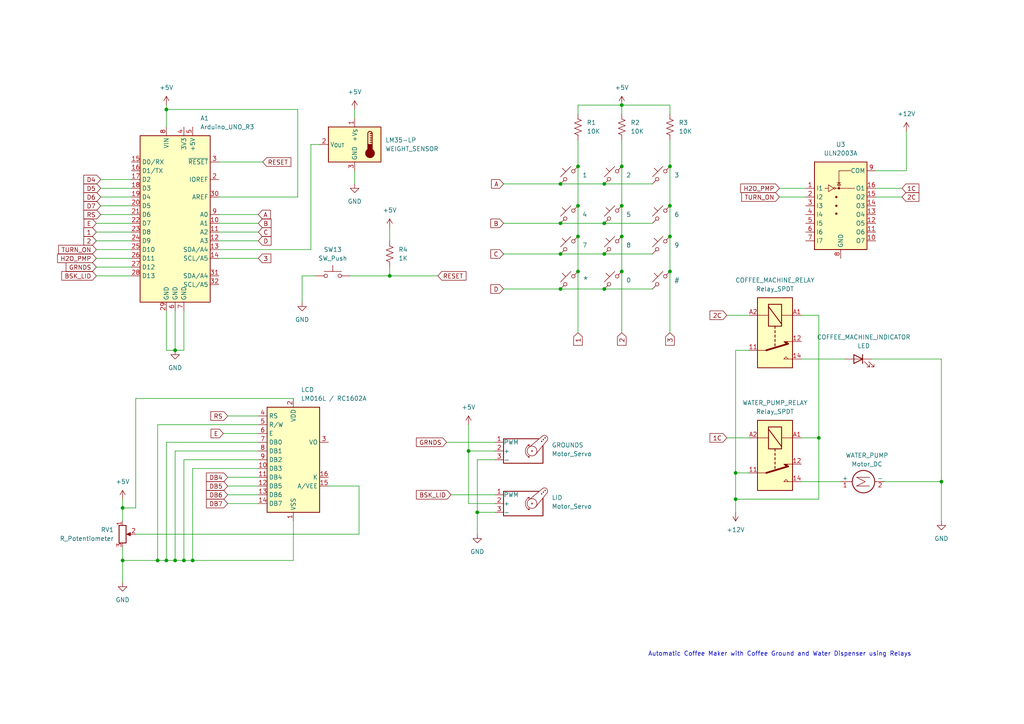
<source format=kicad_sch>
(kicad_sch (version 20230121) (generator eeschema)
  (paper "A4")
  (lib_symbols
    (symbol "Device:LED" (pin_numbers hide) (pin_names (offset 1.016) hide)
      (property "Reference" "D" (at 0 2.54 0))
      (property "Value" "LED" (at 0 -2.54 0))
      (symbol "LED_0_1"
        (polyline (pts (xy -1.27 -1.27) (xy -1.27 1.27)) (stroke (width 0.254)))
        (polyline (pts (xy -1.27 0) (xy 1.27 0)))
        (polyline (pts (xy 1.27 -1.27) (xy 1.27 1.27) (xy -1.27 0) (xy 1.27 -1.27)) (stroke (width 0.254)))
        (polyline (pts (xy -3.048 -0.762) (xy -4.572 -2.286) (xy -3.81 -2.286) (xy -4.572 -2.286) (xy -4.572 -1.524)))
        (polyline (pts (xy -1.778 -0.762) (xy -3.302 -2.286) (xy -2.54 -2.286) (xy -3.302 -2.286) (xy -3.302 -1.524)))
      )
      (symbol "LED_1_1"
        (pin passive line (at -3.81 0 0) (length 2.54) (name "K") (number "1"))
        (pin passive line (at 3.81 0 180) (length 2.54) (name "A") (number "2"))
      )
    )
    (symbol "Device:R_Potentiometer" (pin_names (offset 1.016) hide)
      (property "Reference" "RV" (at -4.445 0 90))
      (property "Value" "R_Potentiometer" (at -2.54 0 90))
      (symbol "R_Potentiometer_0_1"
        (polyline (pts (xy 2.54 0) (xy 1.524 0)))
        (polyline (pts (xy 1.143 0) (xy 2.286 0.508) (xy 2.286 -0.508) (xy 1.143 0)) (fill (type outline)))
        (rectangle (start 1.016 2.54) (end -1.016 -2.54) (stroke (width 0.254)))
      )
      (symbol "R_Potentiometer_1_1"
        (pin passive line (at 0 3.81 270) (length 1.27) (name "1") (number "1"))
        (pin passive line (at 3.81 0 180) (length 1.27) (name "2") (number "2"))
        (pin passive line (at 0 -3.81 90) (length 1.27) (name "3") (number "3"))
      )
    )
    (symbol "Device:R_US" (pin_numbers hide) (pin_names (offset 0))
      (property "Reference" "R" (at 2.54 0 90))
      (property "Value" "R_US" (at -2.54 0 90))
      (symbol "R_US_0_1"
        (polyline (pts (xy 0 -2.286) (xy 0 -2.54)))
        (polyline (pts (xy 0 2.286) (xy 0 2.54)))
        (polyline (pts (xy 0 -0.762) (xy 1.016 -1.143) (xy 0 -1.524) (xy -1.016 -1.905) (xy 0 -2.286)))
        (polyline (pts (xy 0 0.762) (xy 1.016 0.381) (xy 0 0) (xy -1.016 -0.381) (xy 0 -0.762)))
        (polyline (pts (xy 0 2.286) (xy 1.016 1.905) (xy 0 1.524) (xy -1.016 1.143) (xy 0 0.762)))
      )
      (symbol "R_US_1_1"
        (pin passive line (at 0 3.81 270) (length 1.27) (name "~") (number "1"))
        (pin passive line (at 0 -3.81 90) (length 1.27) (name "~") (number "2"))
      )
    )
    (symbol "Display_Character:RC1602A"
      (property "Reference" "U" (at -6.35 16.51 0))
      (property "Value" "RC1602A" (at 2.794 16.51 0))
      (symbol "RC1602A_0_1"
        (rectangle (start -7.62 15.24) (end 7.62 -15.24) (stroke (width 0.254)) (fill (type background)))
      )
      (symbol "RC1602A_1_1"
        (pin power_in line (at 0 -17.78 90) (length 2.54) (name "VSS") (number "1"))
        (pin bidirectional line (at -10.16 -2.54 0) (length 2.54) (name "DB3") (number "10"))
        (pin bidirectional line (at -10.16 -5.08 0) (length 2.54) (name "DB4") (number "11"))
        (pin bidirectional line (at -10.16 -7.62 0) (length 2.54) (name "DB5") (number "12"))
        (pin bidirectional line (at -10.16 -10.16 0) (length 2.54) (name "DB6") (number "13"))
        (pin bidirectional line (at -10.16 -12.7 0) (length 2.54) (name "DB7") (number "14"))
        (pin power_in line (at 10.16 -7.62 180) (length 2.54) (name "A/VEE") (number "15"))
        (pin power_in line (at 10.16 -5.08 180) (length 2.54) (name "K") (number "16"))
        (pin power_in line (at 0 17.78 270) (length 2.54) (name "VDD") (number "2"))
        (pin power_in line (at 10.16 5.08 180) (length 2.54) (name "VO") (number "3"))
        (pin input line (at -10.16 12.7 0) (length 2.54) (name "RS") (number "4"))
        (pin input line (at -10.16 10.16 0) (length 2.54) (name "R/W") (number "5"))
        (pin input line (at -10.16 7.62 0) (length 2.54) (name "E") (number "6"))
        (pin bidirectional line (at -10.16 5.08 0) (length 2.54) (name "DB0") (number "7"))
        (pin bidirectional line (at -10.16 2.54 0) (length 2.54) (name "DB1") (number "8"))
        (pin bidirectional line (at -10.16 0 0) (length 2.54) (name "DB2") (number "9"))
      )
    )
    (symbol "MCU_Module:Arduino_UNO_R3"
      (property "Reference" "A" (at -10.16 23.495 0))
      (property "Value" "Arduino_UNO_R3" (at 5.08 -26.67 0))
      (symbol "Arduino_UNO_R3_0_1"
        (rectangle (start -10.16 22.86) (end 10.16 -25.4) (stroke (width 0.254)) (fill (type background)))
      )
      (symbol "Arduino_UNO_R3_1_1"
        (pin no_connect line (at -10.16 -20.32 0) (length 2.54) hide (name "NC") (number "1"))
        (pin bidirectional line (at 12.7 -2.54 180) (length 2.54) (name "A1") (number "10"))
        (pin bidirectional line (at 12.7 -5.08 180) (length 2.54) (name "A2") (number "11"))
        (pin bidirectional line (at 12.7 -7.62 180) (length 2.54) (name "A3") (number "12"))
        (pin bidirectional line (at 12.7 -10.16 180) (length 2.54) (name "SDA/A4") (number "13"))
        (pin bidirectional line (at 12.7 -12.7 180) (length 2.54) (name "SCL/A5") (number "14"))
        (pin bidirectional line (at -12.7 15.24 0) (length 2.54) (name "D0/RX") (number "15"))
        (pin bidirectional line (at -12.7 12.7 0) (length 2.54) (name "D1/TX") (number "16"))
        (pin bidirectional line (at -12.7 10.16 0) (length 2.54) (name "D2") (number "17"))
        (pin bidirectional line (at -12.7 7.62 0) (length 2.54) (name "D3") (number "18"))
        (pin bidirectional line (at -12.7 5.08 0) (length 2.54) (name "D4") (number "19"))
        (pin output line (at 12.7 10.16 180) (length 2.54) (name "IOREF") (number "2"))
        (pin bidirectional line (at -12.7 2.54 0) (length 2.54) (name "D5") (number "20"))
        (pin bidirectional line (at -12.7 0 0) (length 2.54) (name "D6") (number "21"))
        (pin bidirectional line (at -12.7 -2.54 0) (length 2.54) (name "D7") (number "22"))
        (pin bidirectional line (at -12.7 -5.08 0) (length 2.54) (name "D8") (number "23"))
        (pin bidirectional line (at -12.7 -7.62 0) (length 2.54) (name "D9") (number "24"))
        (pin bidirectional line (at -12.7 -10.16 0) (length 2.54) (name "D10") (number "25"))
        (pin bidirectional line (at -12.7 -12.7 0) (length 2.54) (name "D11") (number "26"))
        (pin bidirectional line (at -12.7 -15.24 0) (length 2.54) (name "D12") (number "27"))
        (pin bidirectional line (at -12.7 -17.78 0) (length 2.54) (name "D13") (number "28"))
        (pin power_in line (at -2.54 -27.94 90) (length 2.54) (name "GND") (number "29"))
        (pin input line (at 12.7 15.24 180) (length 2.54) (name "~{RESET}") (number "3"))
        (pin input line (at 12.7 5.08 180) (length 2.54) (name "AREF") (number "30"))
        (pin bidirectional line (at 12.7 -17.78 180) (length 2.54) (name "SDA/A4") (number "31"))
        (pin bidirectional line (at 12.7 -20.32 180) (length 2.54) (name "SCL/A5") (number "32"))
        (pin power_out line (at 2.54 25.4 270) (length 2.54) (name "3V3") (number "4"))
        (pin power_out line (at 5.08 25.4 270) (length 2.54) (name "+5V") (number "5"))
        (pin power_in line (at 0 -27.94 90) (length 2.54) (name "GND") (number "6"))
        (pin power_in line (at 2.54 -27.94 90) (length 2.54) (name "GND") (number "7"))
        (pin power_in line (at -2.54 25.4 270) (length 2.54) (name "VIN") (number "8"))
        (pin bidirectional line (at 12.7 0 180) (length 2.54) (name "A0") (number "9"))
      )
    )
    (symbol "Motor:Motor_DC" (pin_names (offset 0))
      (property "Reference" "M" (at 2.54 2.54 0))
      (property "Value" "Motor_DC" (at 2.54 -5.08 0))
      (symbol "Motor_DC_0_0"
        (polyline (pts (xy -1.27 -3.302) (xy -1.27 0.508) (xy 0 -2.032) (xy 1.27 0.508) (xy 1.27 -3.302)))
      )
      (symbol "Motor_DC_0_1"
        (circle (center 0 -1.524) (radius 3.2512) (stroke (width 0.254)))
        (polyline (pts (xy 0 -7.62) (xy 0 -7.112)))
        (polyline (pts (xy 0 -4.7752) (xy 0 -5.1816)))
        (polyline (pts (xy 0 1.7272) (xy 0 2.0828)))
        (polyline (pts (xy 0 2.032) (xy 0 2.54)))
      )
      (symbol "Motor_DC_1_1"
        (pin passive line (at 0 5.08 270) (length 2.54) (name "+") (number "1"))
        (pin passive line (at 0 -7.62 90) (length 2.54) (name "-") (number "2"))
      )
    )
    (symbol "Motor:Motor_Servo" (pin_names (offset 0.0254))
      (property "Reference" "M" (at -5.08 4.445 0))
      (property "Value" "Motor_Servo" (at -5.08 -4.064 0))
      (symbol "Motor_Servo_0_1"
        (polyline (pts (xy 2.413 -1.778) (xy 2.032 -1.778)))
        (polyline (pts (xy 2.413 -1.778) (xy 2.286 -1.397)))
        (polyline (pts (xy 2.413 1.778) (xy 1.905 1.778)))
        (polyline (pts (xy 2.413 1.778) (xy 2.286 1.397)))
        (polyline (pts (xy 6.35 4.445) (xy 2.54 1.27)))
        (polyline (pts (xy 7.62 3.175) (xy 4.191 -1.016)))
        (polyline (pts (xy 5.08 3.556) (xy -5.08 3.556) (xy -5.08 -3.556) (xy 6.35 -3.556) (xy 6.35 1.524)) (stroke (width 0.254)))
        (arc (start 2.413 1.778) (mid 1.2406 0) (end 2.413 -1.778))
        (circle (center 3.175 0) (radius 0.1778))
        (circle (center 3.175 0) (radius 1.4224))
        (circle (center 5.969 2.794) (radius 0.127))
        (circle (center 6.477 3.302) (radius 0.127))
        (circle (center 6.985 3.81) (radius 0.127))
        (arc (start 7.62 3.175) (mid 7.4485 4.2735) (end 6.35 4.445))
      )
      (symbol "Motor_Servo_1_1"
        (pin passive line (at -7.62 2.54 0) (length 2.54) (name "PWM") (number "1"))
        (pin passive line (at -7.62 0 0) (length 2.54) (name "+") (number "2"))
        (pin passive line (at -7.62 -2.54 0) (length 2.54) (name "-") (number "3"))
      )
    )
    (symbol "Relay:Relay_SPDT"
      (property "Reference" "K" (at 11.43 3.81 0))
      (property "Value" "Relay_SPDT" (at 11.43 1.27 0))
      (symbol "Relay_SPDT_0_0"
        (polyline (pts (xy 7.62 5.08) (xy 7.62 2.54) (xy 6.985 3.175) (xy 7.62 3.81)))
      )
      (symbol "Relay_SPDT_0_1"
        (rectangle (start -10.16 5.08) (end 10.16 -5.08) (stroke (width 0.254)) (fill (type background)))
        (rectangle (start -8.255 1.905) (end -1.905 -1.905) (stroke (width 0.254)))
        (polyline (pts (xy -7.62 -1.905) (xy -2.54 1.905)) (stroke (width 0.254)))
        (polyline (pts (xy -5.08 -5.08) (xy -5.08 -1.905)))
        (polyline (pts (xy -5.08 5.08) (xy -5.08 1.905)))
        (polyline (pts (xy -1.905 0) (xy -1.27 0)) (stroke (width 0.254)))
        (polyline (pts (xy -0.635 0) (xy 0 0)) (stroke (width 0.254)))
        (polyline (pts (xy 0.635 0) (xy 1.27 0)) (stroke (width 0.254)))
        (polyline (pts (xy 1.905 0) (xy 2.54 0)) (stroke (width 0.254)))
        (polyline (pts (xy 3.175 0) (xy 3.81 0)) (stroke (width 0.254)))
        (polyline (pts (xy 5.08 -2.54) (xy 3.175 3.81)) (stroke (width 0.508)))
        (polyline (pts (xy 5.08 -2.54) (xy 5.08 -5.08)))
        (polyline (pts (xy 2.54 5.08) (xy 2.54 2.54) (xy 3.175 3.175) (xy 2.54 3.81)) (fill (type outline)))
      )
      (symbol "Relay_SPDT_1_1"
        (pin passive line (at 5.08 -7.62 90) (length 2.54) (name "~") (number "11"))
        (pin passive line (at 2.54 7.62 270) (length 2.54) (name "~") (number "12"))
        (pin passive line (at 7.62 7.62 270) (length 2.54) (name "~") (number "14"))
        (pin passive line (at -5.08 7.62 270) (length 2.54) (name "~") (number "A1"))
        (pin passive line (at -5.08 -7.62 90) (length 2.54) (name "~") (number "A2"))
      )
    )
    (symbol "Sensor_Temperature:LM35-LP"
      (property "Reference" "U" (at -6.35 6.35 0))
      (property "Value" "LM35-LP" (at 1.27 6.35 0))
      (symbol "LM35-LP_0_1"
        (rectangle (start -7.62 5.08) (end 7.62 -5.08) (stroke (width 0.254)) (fill (type background)))
        (circle (center -4.445 -2.54) (radius 1.27) (stroke (width 0.254)) (fill (type outline)))
        (rectangle (start -3.81 -1.905) (end -5.08 0) (stroke (width 0.254)) (fill (type outline)))
        (arc (start -3.81 3.175) (mid -4.445 3.8073) (end -5.08 3.175) (stroke (width 0.254)))
        (polyline (pts (xy -5.08 0.635) (xy -4.445 0.635)) (stroke (width 0.254)))
        (polyline (pts (xy -5.08 1.27) (xy -4.445 1.27)) (stroke (width 0.254)))
        (polyline (pts (xy -5.08 1.905) (xy -4.445 1.905)) (stroke (width 0.254)))
        (polyline (pts (xy -5.08 2.54) (xy -4.445 2.54)) (stroke (width 0.254)))
        (polyline (pts (xy -5.08 3.175) (xy -5.08 0)) (stroke (width 0.254)))
        (polyline (pts (xy -5.08 3.175) (xy -4.445 3.175)) (stroke (width 0.254)))
        (polyline (pts (xy -3.81 3.175) (xy -3.81 0)) (stroke (width 0.254)))
      )
      (symbol "LM35-LP_1_1"
        (pin power_in line (at 0 7.62 270) (length 2.54) (name "+V_{S}") (number "1"))
        (pin output line (at 10.16 0 180) (length 2.54) (name "V_{OUT}") (number "2"))
        (pin power_in line (at 0 -7.62 90) (length 2.54) (name "GND") (number "3"))
      )
    )
    (symbol "Switch:SW_Push" (pin_numbers hide) (pin_names (offset 1.016) hide)
      (property "Reference" "SW" (at 1.27 2.54 0))
      (property "Value" "SW_Push" (at 0 -1.524 0))
      (symbol "SW_Push_0_1"
        (circle (center -2.032 0) (radius 0.508))
        (polyline (pts (xy 0 1.27) (xy 0 3.048)))
        (polyline (pts (xy 2.54 1.27) (xy -2.54 1.27)))
        (circle (center 2.032 0) (radius 0.508))
        (pin passive line (at -5.08 0 0) (length 2.54) (name "1") (number "1"))
        (pin passive line (at 5.08 0 180) (length 2.54) (name "2") (number "2"))
      )
    )
    (symbol "Switch:SW_Push_45deg" (pin_numbers hide) (pin_names (offset 1.016) hide)
      (property "Reference" "SW" (at 3.048 1.016 0))
      (property "Value" "SW_Push_45deg" (at 0 -3.81 0))
      (symbol "SW_Push_45deg_0_1"
        (circle (center -1.1684 1.1684) (radius 0.508))
        (polyline (pts (xy -0.508 2.54) (xy 2.54 -0.508)))
        (polyline (pts (xy 1.016 1.016) (xy 2.032 2.032)))
        (polyline (pts (xy -2.54 2.54) (xy -1.524 1.524) (xy -1.524 1.524)))
        (polyline (pts (xy 1.524 -1.524) (xy 2.54 -2.54) (xy 2.54 -2.54) (xy 2.54 -2.54)))
        (circle (center 1.143 -1.1938) (radius 0.508))
        (pin passive line (at -2.54 2.54 0) (length 0) (name "1") (number "1"))
        (pin passive line (at 2.54 -2.54 180) (length 0) (name "2") (number "2"))
      )
    )
    (symbol "Transistor_Array:ULN2003A"
      (property "Reference" "U" (at 0 15.875 0))
      (property "Value" "ULN2003A" (at 0 13.97 0))
      (symbol "ULN2003A_0_1"
        (rectangle (start -7.62 -12.7) (end 7.62 12.7) (stroke (width 0.254)) (fill (type background)))
        (circle (center -1.778 5.08) (radius 0.254))
        (circle (center -1.27 -2.286) (radius 0.254) (fill (type outline)))
        (circle (center -1.27 0) (radius 0.254) (fill (type outline)))
        (circle (center -1.27 2.54) (radius 0.254) (fill (type outline)))
        (circle (center -0.508 5.08) (radius 0.254) (fill (type outline)))
        (polyline (pts (xy -4.572 5.08) (xy -3.556 5.08)))
        (polyline (pts (xy -1.524 5.08) (xy 4.064 5.08)))
        (polyline (pts (xy 0 6.731) (xy -1.016 6.731)))
        (polyline (pts (xy -0.508 5.08) (xy -0.508 10.16) (xy 2.921 10.16)))
        (polyline (pts (xy -3.556 6.096) (xy -3.556 4.064) (xy -2.032 5.08) (xy -3.556 6.096)))
        (polyline (pts (xy 0 5.969) (xy -1.016 5.969) (xy -0.508 6.731) (xy 0 5.969)))
      )
      (symbol "ULN2003A_1_1"
        (pin input line (at -10.16 5.08 0) (length 2.54) (name "I1") (number "1"))
        (pin open_collector line (at 10.16 -10.16 180) (length 2.54) (name "O7") (number "10"))
        (pin open_collector line (at 10.16 -7.62 180) (length 2.54) (name "O6") (number "11"))
        (pin open_collector line (at 10.16 -5.08 180) (length 2.54) (name "O5") (number "12"))
        (pin open_collector line (at 10.16 -2.54 180) (length 2.54) (name "O4") (number "13"))
        (pin open_collector line (at 10.16 0 180) (length 2.54) (name "O3") (number "14"))
        (pin open_collector line (at 10.16 2.54 180) (length 2.54) (name "O2") (number "15"))
        (pin open_collector line (at 10.16 5.08 180) (length 2.54) (name "O1") (number "16"))
        (pin input line (at -10.16 2.54 0) (length 2.54) (name "I2") (number "2"))
        (pin input line (at -10.16 0 0) (length 2.54) (name "I3") (number "3"))
        (pin input line (at -10.16 -2.54 0) (length 2.54) (name "I4") (number "4"))
        (pin input line (at -10.16 -5.08 0) (length 2.54) (name "I5") (number "5"))
        (pin input line (at -10.16 -7.62 0) (length 2.54) (name "I6") (number "6"))
        (pin input line (at -10.16 -10.16 0) (length 2.54) (name "I7") (number "7"))
        (pin power_in line (at 0 -15.24 90) (length 2.54) (name "GND") (number "8"))
        (pin passive line (at 10.16 10.16 180) (length 2.54) (name "COM") (number "9"))
      )
    )
    (symbol "power:+12V" (power) (pin_names (offset 0))
      (property "Value" "+12V" (at 0 3.556 0))
      (symbol "+12V_0_1"
        (polyline (pts (xy -0.762 1.27) (xy 0 2.54)))
        (polyline (pts (xy 0 0) (xy 0 2.54)))
        (polyline (pts (xy 0 2.54) (xy 0.762 1.27)))
      )
      (symbol "+12V_1_1"
        (pin power_in line (at 0 0 90) (length 0) hide (name "+12V") (number "1"))
      )
    )
    (symbol "power:+5V" (power) (pin_names (offset 0))
      (property "Value" "+5V" (at 0 3.556 0))
      (symbol "+5V_0_1"
        (polyline (pts (xy -0.762 1.27) (xy 0 2.54)))
        (polyline (pts (xy 0 0) (xy 0 2.54)))
        (polyline (pts (xy 0 2.54) (xy 0.762 1.27)))
      )
      (symbol "+5V_1_1"
        (pin power_in line (at 0 0 90) (length 0) hide (name "+5V") (number "1"))
      )
    )
    (symbol "power:GND" (power) (pin_names (offset 0))
      (property "Value" "GND" (at 0 -3.81 0))
      (symbol "GND_0_1"
        (polyline (pts (xy 0 0) (xy 0 -1.27) (xy 1.27 -1.27) (xy 0 -2.54) (xy -1.27 -1.27) (xy 0 -1.27)))
      )
      (symbol "GND_1_1"
        (pin power_in line (at 0 0 270) (length 0) hide (name "GND") (number "1"))
      )
    )
  )
  (junction (at 175.26 83.82))
  (junction (at 213.36 137.16))
  (junction (at 138.43 148.59))
  (junction (at 167.64 78.74))
  (junction (at 180.34 48.26))
  (junction (at 162.56 83.82))
  (junction (at 167.64 48.26))
  (junction (at 50.8 101.6))
  (junction (at 194.31 78.74))
  (junction (at 48.26 31.75))
  (junction (at 35.56 147.32))
  (junction (at 53.34 162.56))
  (junction (at 175.26 53.34))
  (junction (at 194.31 59.69))
  (junction (at 213.36 144.78))
  (junction (at 35.56 162.56))
  (junction (at 175.26 73.66))
  (junction (at 180.34 59.69))
  (junction (at 48.26 162.56))
  (junction (at 45.72 162.56))
  (junction (at 175.26 64.77))
  (junction (at 162.56 73.66))
  (junction (at 167.64 59.69))
  (junction (at 237.49 127))
  (junction (at 180.34 68.58))
  (junction (at 273.05 139.7))
  (junction (at 194.31 68.58))
  (junction (at 180.34 30.48))
  (junction (at 113.03 80.01))
  (junction (at 167.64 68.58))
  (junction (at 162.56 64.77))
  (junction (at 135.89 130.81))
  (junction (at 55.88 162.56))
  (junction (at 180.34 78.74))
  (junction (at 162.56 53.34))
  (junction (at 194.31 48.26))
  (junction (at 50.8 162.56))
  (wire (pts (xy 180.34 30.48) (xy 194.31 30.48)))
  (wire (pts (xy 29.21 62.23) (xy 38.1 62.23)))
  (wire (pts (xy 167.64 78.74) (xy 167.64 96.52)))
  (wire (pts (xy 48.26 128.27) (xy 48.26 162.56)))
  (wire (pts (xy 29.21 52.07) (xy 38.1 52.07)))
  (wire (pts (xy 210.82 127) (xy 217.17 127)))
  (wire (pts (xy 252.73 104.14) (xy 273.05 104.14)))
  (wire (pts (xy 87.63 80.01) (xy 91.44 80.01)))
  (wire (pts (xy 86.36 57.15) (xy 86.36 31.75)))
  (wire (pts (xy 232.41 104.14) (xy 245.11 104.14)))
  (wire (pts (xy 162.56 83.82) (xy 175.26 83.82)))
  (wire (pts (xy 74.93 130.81) (xy 50.8 130.81)))
  (wire (pts (xy 146.05 64.77) (xy 162.56 64.77)))
  (wire (pts (xy 85.09 115.57) (xy 39.37 115.57)))
  (wire (pts (xy 64.77 125.73) (xy 74.93 125.73)))
  (wire (pts (xy 86.36 31.75) (xy 48.26 31.75)))
  (wire (pts (xy 180.34 68.58) (xy 180.34 78.74)))
  (wire (pts (xy 113.03 80.01) (xy 113.03 77.47)))
  (wire (pts (xy 213.36 137.16) (xy 217.17 137.16)))
  (wire (pts (xy 256.54 139.7) (xy 273.05 139.7)))
  (wire (pts (xy 113.03 66.04) (xy 113.03 69.85)))
  (wire (pts (xy 194.31 48.26) (xy 194.31 59.69)))
  (wire (pts (xy 53.34 133.35) (xy 53.34 162.56)))
  (wire (pts (xy 167.64 59.69) (xy 167.64 68.58)))
  (wire (pts (xy 232.41 127) (xy 237.49 127)))
  (wire (pts (xy 273.05 139.7) (xy 273.05 151.13)))
  (wire (pts (xy 66.04 146.05) (xy 74.93 146.05)))
  (wire (pts (xy 146.05 83.82) (xy 162.56 83.82)))
  (wire (pts (xy 85.09 162.56) (xy 85.09 151.13)))
  (wire (pts (xy 226.06 54.61) (xy 233.68 54.61)))
  (wire (pts (xy 162.56 73.66) (xy 175.26 73.66)))
  (wire (pts (xy 74.93 128.27) (xy 48.26 128.27)))
  (wire (pts (xy 35.56 147.32) (xy 35.56 151.13)))
  (wire (pts (xy 55.88 162.56) (xy 53.34 162.56)))
  (wire (pts (xy 90.17 41.91) (xy 90.17 72.39)))
  (wire (pts (xy 63.5 62.23) (xy 74.93 62.23)))
  (wire (pts (xy 66.04 138.43) (xy 74.93 138.43)))
  (wire (pts (xy 74.93 135.89) (xy 55.88 135.89)))
  (wire (pts (xy 180.34 30.48) (xy 180.34 33.02)))
  (wire (pts (xy 135.89 130.81) (xy 143.51 130.81)))
  (wire (pts (xy 129.54 128.27) (xy 143.51 128.27)))
  (wire (pts (xy 194.31 40.64) (xy 194.31 48.26)))
  (wire (pts (xy 50.8 130.81) (xy 50.8 162.56)))
  (wire (pts (xy 50.8 162.56) (xy 48.26 162.56)))
  (wire (pts (xy 27.94 80.01) (xy 38.1 80.01)))
  (wire (pts (xy 27.94 72.39) (xy 38.1 72.39)))
  (wire (pts (xy 27.94 69.85) (xy 38.1 69.85)))
  (wire (pts (xy 237.49 91.44) (xy 237.49 127)))
  (wire (pts (xy 262.89 49.53) (xy 254 49.53)))
  (wire (pts (xy 50.8 90.17) (xy 50.8 101.6)))
  (wire (pts (xy 35.56 144.78) (xy 35.56 147.32)))
  (wire (pts (xy 35.56 162.56) (xy 45.72 162.56)))
  (wire (pts (xy 27.94 74.93) (xy 38.1 74.93)))
  (wire (pts (xy 180.34 48.26) (xy 180.34 59.69)))
  (wire (pts (xy 63.5 69.85) (xy 74.93 69.85)))
  (wire (pts (xy 210.82 91.44) (xy 217.17 91.44)))
  (wire (pts (xy 29.21 54.61) (xy 38.1 54.61)))
  (wire (pts (xy 175.26 53.34) (xy 189.23 53.34)))
  (wire (pts (xy 74.93 133.35) (xy 53.34 133.35)))
  (wire (pts (xy 130.81 143.51) (xy 143.51 143.51)))
  (wire (pts (xy 138.43 133.35) (xy 138.43 148.59)))
  (wire (pts (xy 27.94 77.47) (xy 38.1 77.47)))
  (wire (pts (xy 66.04 143.51) (xy 74.93 143.51)))
  (wire (pts (xy 237.49 127) (xy 237.49 144.78)))
  (wire (pts (xy 102.87 49.53) (xy 102.87 53.34)))
  (wire (pts (xy 39.37 115.57) (xy 39.37 147.32)))
  (wire (pts (xy 48.26 162.56) (xy 45.72 162.56)))
  (wire (pts (xy 226.06 57.15) (xy 233.68 57.15)))
  (wire (pts (xy 194.31 33.02) (xy 194.31 30.48)))
  (wire (pts (xy 48.26 90.17) (xy 48.26 101.6)))
  (wire (pts (xy 194.31 68.58) (xy 194.31 78.74)))
  (wire (pts (xy 35.56 162.56) (xy 35.56 168.91)))
  (wire (pts (xy 194.31 59.69) (xy 194.31 68.58)))
  (wire (pts (xy 45.72 123.19) (xy 45.72 162.56)))
  (wire (pts (xy 66.04 120.65) (xy 74.93 120.65)))
  (wire (pts (xy 85.09 162.56) (xy 55.88 162.56)))
  (wire (pts (xy 175.26 73.66) (xy 189.23 73.66)))
  (wire (pts (xy 29.21 59.69) (xy 38.1 59.69)))
  (wire (pts (xy 162.56 64.77) (xy 175.26 64.77)))
  (wire (pts (xy 53.34 101.6) (xy 50.8 101.6)))
  (wire (pts (xy 232.41 139.7) (xy 243.84 139.7)))
  (wire (pts (xy 135.89 123.19) (xy 135.89 130.81)))
  (wire (pts (xy 104.14 154.94) (xy 104.14 140.97)))
  (wire (pts (xy 146.05 53.34) (xy 162.56 53.34)))
  (wire (pts (xy 53.34 90.17) (xy 53.34 101.6)))
  (wire (pts (xy 102.87 31.75) (xy 102.87 34.29)))
  (wire (pts (xy 53.34 162.56) (xy 50.8 162.56)))
  (wire (pts (xy 101.6 80.01) (xy 113.03 80.01)))
  (wire (pts (xy 63.5 46.99) (xy 76.2 46.99)))
  (wire (pts (xy 39.37 154.94) (xy 104.14 154.94)))
  (wire (pts (xy 27.94 64.77) (xy 38.1 64.77)))
  (wire (pts (xy 237.49 144.78) (xy 213.36 144.78)))
  (wire (pts (xy 29.21 57.15) (xy 38.1 57.15)))
  (wire (pts (xy 213.36 137.16) (xy 213.36 144.78)))
  (wire (pts (xy 217.17 101.6) (xy 213.36 101.6)))
  (wire (pts (xy 167.64 40.64) (xy 167.64 48.26)))
  (wire (pts (xy 138.43 148.59) (xy 138.43 154.94)))
  (wire (pts (xy 87.63 87.63) (xy 87.63 80.01)))
  (wire (pts (xy 66.04 140.97) (xy 74.93 140.97)))
  (wire (pts (xy 175.26 83.82) (xy 189.23 83.82)))
  (wire (pts (xy 180.34 40.64) (xy 180.34 48.26)))
  (wire (pts (xy 143.51 148.59) (xy 138.43 148.59)))
  (wire (pts (xy 194.31 78.74) (xy 194.31 96.52)))
  (wire (pts (xy 273.05 104.14) (xy 273.05 139.7)))
  (wire (pts (xy 146.05 73.66) (xy 162.56 73.66)))
  (wire (pts (xy 167.64 68.58) (xy 167.64 78.74)))
  (wire (pts (xy 180.34 78.74) (xy 180.34 96.52)))
  (wire (pts (xy 180.34 59.69) (xy 180.34 68.58)))
  (wire (pts (xy 90.17 72.39) (xy 63.5 72.39)))
  (wire (pts (xy 39.37 147.32) (xy 35.56 147.32)))
  (wire (pts (xy 135.89 146.05) (xy 135.89 130.81)))
  (wire (pts (xy 167.64 33.02) (xy 167.64 30.48)))
  (wire (pts (xy 35.56 158.75) (xy 35.56 162.56)))
  (wire (pts (xy 27.94 67.31) (xy 38.1 67.31)))
  (wire (pts (xy 48.26 101.6) (xy 50.8 101.6)))
  (wire (pts (xy 213.36 101.6) (xy 213.36 137.16)))
  (wire (pts (xy 232.41 91.44) (xy 237.49 91.44)))
  (wire (pts (xy 143.51 133.35) (xy 138.43 133.35)))
  (wire (pts (xy 167.64 30.48) (xy 180.34 30.48)))
  (wire (pts (xy 48.26 30.48) (xy 48.26 31.75)))
  (wire (pts (xy 175.26 64.77) (xy 189.23 64.77)))
  (wire (pts (xy 254 57.15) (xy 261.62 57.15)))
  (wire (pts (xy 63.5 57.15) (xy 86.36 57.15)))
  (wire (pts (xy 213.36 144.78) (xy 213.36 148.59)))
  (wire (pts (xy 104.14 140.97) (xy 95.25 140.97)))
  (wire (pts (xy 113.03 80.01) (xy 127 80.01)))
  (wire (pts (xy 254 54.61) (xy 261.62 54.61)))
  (wire (pts (xy 162.56 53.34) (xy 175.26 53.34)))
  (wire (pts (xy 48.26 31.75) (xy 48.26 36.83)))
  (wire (pts (xy 63.5 74.93) (xy 74.93 74.93)))
  (wire (pts (xy 63.5 64.77) (xy 74.93 64.77)))
  (wire (pts (xy 143.51 146.05) (xy 135.89 146.05)))
  (wire (pts (xy 63.5 67.31) (xy 74.93 67.31)))
  (wire (pts (xy 90.17 41.91) (xy 92.71 41.91)))
  (wire (pts (xy 167.64 48.26) (xy 167.64 59.69)))
  (wire (pts (xy 55.88 135.89) (xy 55.88 162.56)))
  (wire (pts (xy 262.89 38.1) (xy 262.89 49.53)))
  (wire (pts (xy 74.93 123.19) (xy 45.72 123.19)))
  (text "Automatic Coffee Maker with Coffee Ground and Water Dispenser using Relays" (at 187.96 190.5 0) (effects (font (size 1.27 1.27)) (justify left bottom)))
  (global_label "DB7" (shape input) (at 66.04 146.05 180) (property "Intersheetrefs" "${INTERSHEET_REFS}" (effects hide)))
  (global_label "RS" (shape input) (at 29.21 62.23 180) (property "Intersheetrefs" "${INTERSHEET_REFS}" (effects hide)))
  (global_label "RESET" (shape input) (at 76.2 46.99 0) (property "Intersheetrefs" "${INTERSHEET_REFS}" (effects hide)))
  (global_label "B" (shape input) (at 74.93 64.77 0) (property "Intersheetrefs" "${INTERSHEET_REFS}" (effects hide)))
  (global_label "1" (shape input) (at 167.64 96.52 270) (property "Intersheetrefs" "${INTERSHEET_REFS}" (effects hide)))
  (global_label "D7" (shape input) (at 29.21 59.69 180) (property "Intersheetrefs" "${INTERSHEET_REFS}" (effects hide)))
  (global_label "GRNDS" (shape input) (at 129.54 128.27 180) (property "Intersheetrefs" "${INTERSHEET_REFS}" (effects hide)))
  (global_label "E" (shape input) (at 27.94 64.77 180) (property "Intersheetrefs" "${INTERSHEET_REFS}" (effects hide)))
  (global_label "H2O_PMP" (shape input) (at 27.94 74.93 180) (property "Intersheetrefs" "${INTERSHEET_REFS}" (effects hide)))
  (global_label "H2O_PMP" (shape input) (at 226.06 54.61 180) (property "Intersheetrefs" "${INTERSHEET_REFS}" (effects hide)))
  (global_label "TURN_ON" (shape input) (at 27.94 72.39 180) (property "Intersheetrefs" "${INTERSHEET_REFS}" (effects hide)))
  (global_label "D" (shape input) (at 74.93 69.85 0) (property "Intersheetrefs" "${INTERSHEET_REFS}" (effects hide)))
  (global_label "2C" (shape input) (at 210.82 91.44 180) (property "Intersheetrefs" "${INTERSHEET_REFS}" (effects hide)))
  (global_label "TURN_ON" (shape input) (at 226.06 57.15 180) (property "Intersheetrefs" "${INTERSHEET_REFS}" (effects hide)))
  (global_label "C" (shape input) (at 146.05 73.66 180) (property "Intersheetrefs" "${INTERSHEET_REFS}" (effects hide)))
  (global_label "D5" (shape input) (at 29.21 54.61 180) (property "Intersheetrefs" "${INTERSHEET_REFS}" (effects hide)))
  (global_label "GRNDS" (shape input) (at 27.94 77.47 180) (property "Intersheetrefs" "${INTERSHEET_REFS}" (effects hide)))
  (global_label "DB5" (shape input) (at 66.04 140.97 180) (property "Intersheetrefs" "${INTERSHEET_REFS}" (effects hide)))
  (global_label "D6" (shape input) (at 29.21 57.15 180) (property "Intersheetrefs" "${INTERSHEET_REFS}" (effects hide)))
  (global_label "2" (shape input) (at 27.94 69.85 180) (property "Intersheetrefs" "${INTERSHEET_REFS}" (effects hide)))
  (global_label "DB4" (shape input) (at 66.04 138.43 180) (property "Intersheetrefs" "${INTERSHEET_REFS}" (effects hide)))
  (global_label "3" (shape input) (at 74.93 74.93 0) (property "Intersheetrefs" "${INTERSHEET_REFS}" (effects hide)))
  (global_label "RS" (shape input) (at 66.04 120.65 180) (property "Intersheetrefs" "${INTERSHEET_REFS}" (effects hide)))
  (global_label "1C" (shape input) (at 210.82 127 180) (property "Intersheetrefs" "${INTERSHEET_REFS}" (effects hide)))
  (global_label "RESET" (shape input) (at 127 80.01 0) (property "Intersheetrefs" "${INTERSHEET_REFS}" (effects hide)))
  (global_label "2" (shape input) (at 180.34 96.52 270) (property "Intersheetrefs" "${INTERSHEET_REFS}" (effects hide)))
  (global_label "1" (shape input) (at 27.94 67.31 180) (property "Intersheetrefs" "${INTERSHEET_REFS}" (effects hide)))
  (global_label "A" (shape input) (at 74.93 62.23 0) (property "Intersheetrefs" "${INTERSHEET_REFS}" (effects hide)))
  (global_label "B" (shape input) (at 146.05 64.77 180) (property "Intersheetrefs" "${INTERSHEET_REFS}" (effects hide)))
  (global_label "2C" (shape input) (at 261.62 57.15 0) (property "Intersheetrefs" "${INTERSHEET_REFS}" (effects hide)))
  (global_label "BSK_LID" (shape input) (at 27.94 80.01 180) (property "Intersheetrefs" "${INTERSHEET_REFS}" (effects hide)))
  (global_label "3" (shape input) (at 194.31 96.52 270) (property "Intersheetrefs" "${INTERSHEET_REFS}" (effects hide)))
  (global_label "DB6" (shape input) (at 66.04 143.51 180) (property "Intersheetrefs" "${INTERSHEET_REFS}" (effects hide)))
  (global_label "E" (shape input) (at 64.77 125.73 180) (property "Intersheetrefs" "${INTERSHEET_REFS}" (effects hide)))
  (global_label "C" (shape input) (at 74.93 67.31 0) (property "Intersheetrefs" "${INTERSHEET_REFS}" (effects hide)))
  (global_label "A" (shape input) (at 146.05 53.34 180) (property "Intersheetrefs" "${INTERSHEET_REFS}" (effects hide)))
  (global_label "1C" (shape input) (at 261.62 54.61 0) (property "Intersheetrefs" "${INTERSHEET_REFS}" (effects hide)))
  (global_label "BSK_LID" (shape input) (at 130.81 143.51 180) (property "Intersheetrefs" "${INTERSHEET_REFS}" (effects hide)))
  (global_label "D" (shape input) (at 146.05 83.82 180) (property "Intersheetrefs" "${INTERSHEET_REFS}" (effects hide)))
  (global_label "D4" (shape input) (at 29.21 52.07 180) (property "Intersheetrefs" "${INTERSHEET_REFS}" (effects hide)))
  (symbol (lib_id "MCU_Module:Arduino_UNO_R3") (at 50.8 62.23 0) (unit 1)
    (property "Reference" "A1" (at 58.0741 34.29 0) (effects (justify left)))
    (property "Value" "Arduino_UNO_R3" (at 58.0741 36.83 0) (effects (justify left)))
    (property "Footprint" "Module:Arduino_UNO_R3" (effects hide))
    (property "Datasheet" "https://www.arduino.cc/en/Main/arduinoBoardUno" (effects hide))
  )
  (symbol (lib_id "power:GND") (at 273.05 151.13 0) (unit 1)
    (property "Reference" "#PWR07" (effects hide))
    (property "Value" "GND" (at 273.05 156.21 0))
  )
  (symbol (lib_id "power:GND") (at 35.56 168.91 0) (unit 1)
    (property "Reference" "#PWR05" (effects hide))
    (property "Value" "GND" (at 35.56 173.99 0))
  )
  (symbol (lib_id "Display_Character:RC1602A") (at 85.09 133.35 0) (unit 1)
    (property "Reference" "LCD" (at 87.2841 113.03 0) (effects (justify left)))
    (property "Value" "LM016L / RC1602A" (at 87.2841 115.57 0) (effects (justify left)))
    (property "Footprint" "Display:RC1602A" (effects hide))
    (property "Datasheet" "http://www.raystar-optronics.com/down.php?ProID=18" (effects hide))
  )
  (symbol (lib_id "Switch:SW_Push_45deg") (at 191.77 71.12 90) (unit 1)
    (property "Reference" "SW9" (effects hide))
    (property "Value" "9" (at 195.58 71.12 90) (effects (justify right)))
  )
  (symbol (lib_id "power:GND") (at 50.8 101.6 0) (unit 1)
    (property "Reference" "#PWR011" (effects hide))
    (property "Value" "GND" (at 50.8 106.68 0))
  )
  (symbol (lib_id "Motor:Motor_DC") (at 248.92 139.7 90) (unit 1)
    (property "Reference" "WATER_PUMP" (at 251.46 132.08 90))
    (property "Value" "Motor_DC" (at 251.46 134.62 90))
  )
  (symbol (lib_id "Device:R_US") (at 113.03 73.66 0) (unit 1)
    (property "Reference" "R4" (at 115.57 72.39 0) (effects (justify left)))
    (property "Value" "1K" (at 115.57 74.93 0) (effects (justify left)))
  )
  (symbol (lib_id "Device:R_Potentiometer") (at 35.56 154.94 0) (unit 1)
    (property "Reference" "RV1" (at 33.02 153.67 0) (effects (justify right)))
    (property "Value" "R_Potentiometer" (at 33.02 156.21 0) (effects (justify right)))
  )
  (symbol (lib_id "Switch:SW_Push_45deg") (at 191.77 50.8 90) (unit 1)
    (property "Reference" "SW7" (effects hide))
    (property "Value" "3" (at 195.58 50.8 90) (effects (justify right)))
  )
  (symbol (lib_id "Switch:SW_Push_45deg") (at 177.8 71.12 90) (unit 1)
    (property "Reference" "SW6" (effects hide))
    (property "Value" "8" (at 181.61 71.12 90) (effects (justify right)))
  )
  (symbol (lib_id "Switch:SW_Push_45deg") (at 177.8 50.8 90) (unit 1)
    (property "Reference" "SW4" (effects hide))
    (property "Value" "2" (at 181.61 50.8 90) (effects (justify right)))
  )
  (symbol (lib_id "Switch:SW_Push_45deg") (at 191.77 81.28 90) (unit 1)
    (property "Reference" "SW12" (effects hide))
    (property "Value" "#" (at 195.58 81.28 90) (effects (justify right)))
  )
  (symbol (lib_id "Device:R_US") (at 167.64 36.83 0) (unit 1)
    (property "Reference" "R1" (at 170.18 35.56 0) (effects (justify left)))
    (property "Value" "10K" (at 170.18 38.1 0) (effects (justify left)))
  )
  (symbol (lib_id "power:+5V") (at 48.26 30.48 0) (unit 1)
    (property "Reference" "#PWR012" (effects hide))
    (property "Value" "+5V" (at 48.26 25.4 0))
  )
  (symbol (lib_id "power:+5V") (at 35.56 144.78 0) (unit 1)
    (property "Reference" "#PWR04" (effects hide))
    (property "Value" "+5V" (at 35.56 139.7 0))
  )
  (symbol (lib_id "power:+12V") (at 262.89 38.1 0) (unit 1)
    (property "Reference" "#PWR08" (effects hide))
    (property "Value" "+12V" (at 262.89 33.02 0))
  )
  (symbol (lib_id "power:+12V") (at 213.36 148.59 0) (mirror x) (unit 1)
    (property "Reference" "#PWR06" (effects hide))
    (property "Value" "+12V" (at 213.36 153.67 0))
  )
  (symbol (lib_id "Switch:SW_Push_45deg") (at 165.1 62.23 90) (unit 1)
    (property "Reference" "SW2" (effects hide))
    (property "Value" "4" (at 168.91 62.23 90) (effects (justify right)))
  )
  (symbol (lib_id "Relay:Relay_SPDT") (at 224.79 132.08 270) (unit 1)
    (property "Reference" "WATER_PUMP_RELAY" (at 224.79 116.84 90))
    (property "Value" "Relay_SPDT" (at 224.79 119.38 90))
  )
  (symbol (lib_id "Device:R_US") (at 194.31 36.83 0) (unit 1)
    (property "Reference" "R3" (at 196.85 35.56 0) (effects (justify left)))
    (property "Value" "10K" (at 196.85 38.1 0) (effects (justify left)))
  )
  (symbol (lib_id "power:+5V") (at 180.34 30.48 0) (unit 1)
    (property "Reference" "#PWR01" (effects hide))
    (property "Value" "+5V" (at 180.34 25.4 0))
  )
  (symbol (lib_id "Sensor_Temperature:LM35-LP") (at 102.87 41.91 0) (mirror y) (unit 1)
    (property "Reference" "WEIGHT_SENSOR" (at 111.76 43.18 0) (effects (justify right)))
    (property "Value" "LM35-LP" (at 111.76 40.64 0) (effects (justify right)))
    (property "Footprint" "Package_TO_SOT_THT:TO-92_Inline" (effects hide))
    (property "Datasheet" "http://www.ti.com/lit/ds/symlink/lm35.pdf" (effects hide))
  )
  (symbol (lib_id "power:+5V") (at 102.87 31.75 0) (mirror y) (unit 1)
    (property "Reference" "#PWR02" (effects hide))
    (property "Value" "+5V" (at 102.87 26.67 0))
  )
  (symbol (lib_id "Device:R_US") (at 180.34 36.83 0) (unit 1)
    (property "Reference" "R2" (at 182.88 35.56 0) (effects (justify left)))
    (property "Value" "10K" (at 182.88 38.1 0) (effects (justify left)))
  )
  (symbol (lib_id "Device:LED") (at 248.92 104.14 0) (mirror y) (unit 1)
    (property "Reference" "COFFEE_MACHINE_INDICATOR" (at 250.5075 97.79 0))
    (property "Value" "LED" (at 250.5075 100.33 0))
  )
  (symbol (lib_id "Relay:Relay_SPDT") (at 224.79 96.52 270) (unit 1)
    (property "Reference" "COFFEE_MACHINE_RELAY" (at 224.79 81.28 90))
    (property "Value" "Relay_SPDT" (at 224.79 83.82 90))
  )
  (symbol (lib_id "Motor:Motor_Servo") (at 151.13 130.81 0) (unit 1)
    (property "Reference" "GROUNDS" (at 160.02 129.1066 0) (effects (justify left)))
    (property "Value" "Motor_Servo" (at 160.02 131.6466 0) (effects (justify left)))
    (property "Datasheet" "http://forums.parallax.com/uploads/attachments/46831/74481.png" (effects hide))
  )
  (symbol (lib_id "Switch:SW_Push_45deg") (at 165.1 50.8 90) (unit 1)
    (property "Reference" "SW1" (effects hide))
    (property "Value" "1" (at 168.91 50.8 90) (effects (justify right)))
  )
  (symbol (lib_id "Switch:SW_Push") (at 96.52 80.01 0) (unit 1)
    (property "Reference" "SW13" (at 96.52 72.39 0))
    (property "Value" "SW_Push" (at 96.52 74.93 0))
  )
  (symbol (lib_id "power:+5V") (at 135.89 123.19 0) (unit 1)
    (property "Reference" "#PWR09" (effects hide))
    (property "Value" "+5V" (at 135.89 118.11 0))
  )
  (symbol (lib_id "Motor:Motor_Servo") (at 151.13 146.05 0) (unit 1)
    (property "Reference" "LID" (at 160.02 144.3466 0) (effects (justify left)))
    (property "Value" "Motor_Servo" (at 160.02 146.8866 0) (effects (justify left)))
    (property "Datasheet" "http://forums.parallax.com/uploads/attachments/46831/74481.png" (effects hide))
  )
  (symbol (lib_id "Transistor_Array:ULN2003A") (at 243.84 59.69 0) (unit 1)
    (property "Reference" "U3" (at 243.84 41.91 0))
    (property "Value" "ULN2003A" (at 243.84 44.45 0))
    (property "Datasheet" "http://www.ti.com/lit/ds/symlink/uln2003a.pdf" (effects hide))
  )
  (symbol (lib_id "Switch:SW_Push_45deg") (at 165.1 81.28 90) (unit 1)
    (property "Reference" "SW10" (effects hide))
    (property "Value" "*" (at 168.91 81.2799 90) (effects (font (size 2 2)) (justify right)))
  )
  (symbol (lib_id "Switch:SW_Push_45deg") (at 191.77 62.23 90) (unit 1)
    (property "Reference" "SW8" (effects hide))
    (property "Value" "6" (at 195.58 62.23 90) (effects (justify right)))
  )
  (symbol (lib_id "power:+5V") (at 113.03 66.04 0) (unit 1)
    (property "Reference" "#PWR013" (effects hide))
    (property "Value" "+5V" (at 113.03 60.96 0))
  )
  (symbol (lib_id "power:GND") (at 138.43 154.94 0) (unit 1)
    (property "Reference" "#PWR010" (effects hide))
    (property "Value" "GND" (at 138.43 160.02 0))
  )
  (symbol (lib_id "Switch:SW_Push_45deg") (at 165.1 71.12 90) (unit 1)
    (property "Reference" "SW3" (effects hide))
    (property "Value" "7" (at 168.91 71.12 90) (effects (justify right)))
  )
  (symbol (lib_id "Switch:SW_Push_45deg") (at 177.8 62.23 90) (unit 1)
    (property "Reference" "SW5" (effects hide))
    (property "Value" "5" (at 181.61 62.23 90) (effects (justify right)))
  )
  (symbol (lib_id "power:GND") (at 102.87 53.34 0) (unit 1)
    (property "Reference" "#PWR03" (effects hide))
    (property "Value" "GND" (at 102.87 58.42 0))
  )
  (symbol (lib_id "power:GND") (at 87.63 87.63 0) (unit 1)
    (property "Reference" "#PWR014" (effects hide))
    (property "Value" "GND" (at 87.63 92.71 0))
  )
  (symbol (lib_id "Switch:SW_Push_45deg") (at 177.8 81.28 90) (unit 1)
    (property "Reference" "SW11" (effects hide))
    (property "Value" "0" (at 181.61 81.28 90) (effects (justify right)))
  )
)
</source>
